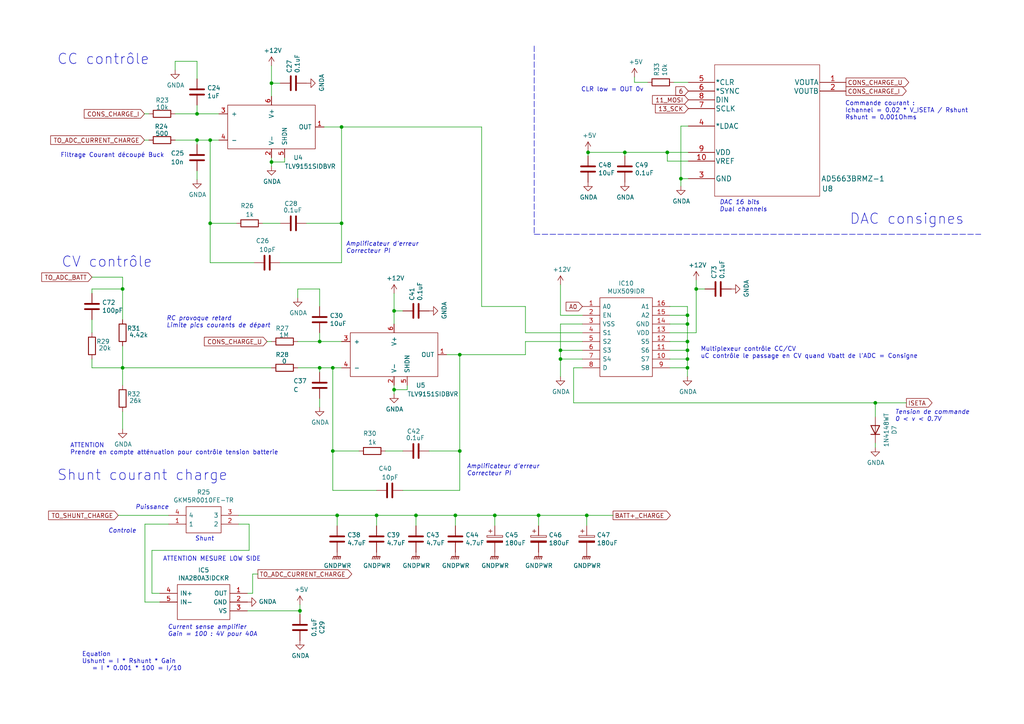
<source format=kicad_sch>
(kicad_sch (version 20231120) (generator "eeschema") (generator_version "8.0")
  (paper "A4")
  (lib_symbols
    (symbol "Device:C" (pin_numbers hide) (pin_names (offset 0.254))
      (property "Reference" "C" (at 0.635 2.54 0))
      (property "Value" "C" (at 0.635 -2.54 0))
      (symbol "C_0_1"
        (polyline (pts (xy -2.032 -0.762) (xy 2.032 -0.762)) (stroke (width 0.508)))
        (polyline (pts (xy -2.032 0.762) (xy 2.032 0.762)) (stroke (width 0.508)))
      )
      (symbol "C_1_1"
        (pin passive line (at 0 3.81 270) (length 2.794) (name "~") (number "1"))
        (pin passive line (at 0 -3.81 90) (length 2.794) (name "~") (number "2"))
      )
    )
    (symbol "Device:CP" (pin_numbers hide) (pin_names (offset 0.254))
      (property "Reference" "C" (at 0.635 2.54 0))
      (property "Value" "Device_CP" (at 0.635 -2.54 0))
      (symbol "CP_0_1"
        (rectangle (start -2.286 0.508) (end 2.286 1.016))
        (polyline (pts (xy -1.778 2.286) (xy -0.762 2.286)))
        (polyline (pts (xy -1.27 2.794) (xy -1.27 1.778)))
        (rectangle (start 2.286 -0.508) (end -2.286 -1.016) (fill (type outline)))
      )
      (symbol "CP_1_1"
        (pin passive line (at 0 3.81 270) (length 2.794) (name "~") (number "1"))
        (pin passive line (at 0 -3.81 90) (length 2.794) (name "~") (number "2"))
      )
    )
    (symbol "Device:D" (pin_numbers hide) (pin_names (offset 1.016) hide)
      (property "Reference" "D" (at 0 2.54 0))
      (property "Value" "D" (at 0 -2.54 0))
      (symbol "D_0_1"
        (polyline (pts (xy -1.27 1.27) (xy -1.27 -1.27)) (stroke (width 0.254)))
        (polyline (pts (xy 1.27 0) (xy -1.27 0)))
        (polyline (pts (xy 1.27 1.27) (xy 1.27 -1.27) (xy -1.27 0) (xy 1.27 1.27)) (stroke (width 0.254)))
      )
      (symbol "D_1_1"
        (pin passive line (at -3.81 0 0) (length 2.54) (name "K") (number "1"))
        (pin passive line (at 3.81 0 180) (length 2.54) (name "A") (number "2"))
      )
    )
    (symbol "Device:R" (pin_numbers hide) (pin_names (offset 0))
      (property "Reference" "R" (at 2.032 0 90))
      (property "Value" "R" (at 0 0 90))
      (symbol "R_0_1"
        (rectangle (start -1.016 -2.54) (end 1.016 2.54) (stroke (width 0.254)))
      )
      (symbol "R_1_1"
        (pin passive line (at 0 3.81 270) (length 1.27) (name "~") (number "1"))
        (pin passive line (at 0 -3.81 90) (length 1.27) (name "~") (number "2"))
      )
    )
    (symbol "open-lion:AD5663BRMZ-1" (pin_names (offset 0.254))
      (property "Reference" "U" (at 22.86 10.16 0))
      (property "Value" "AD5663BRMZ-1" (at 22.86 7.62 0))
      (symbol "AD5663BRMZ-1_1_1"
        (polyline (pts (xy 7.62 -33.02) (xy 38.1 -33.02)) (stroke (width 0.127)))
        (polyline (pts (xy 7.62 5.08) (xy 7.62 -33.02)) (stroke (width 0.127)))
        (polyline (pts (xy 38.1 -33.02) (xy 38.1 5.08)) (stroke (width 0.127)))
        (polyline (pts (xy 38.1 5.08) (xy 7.62 5.08)) (stroke (width 0.127)))
        (pin output line (at 45.72 0 180) (length 7.62) (name "VOUTA") (number "1"))
        (pin power_in line (at 0 -22.86 0) (length 7.62) (name "VREF") (number "10"))
        (pin output line (at 45.72 -2.54 180) (length 7.62) (name "VOUTB") (number "2"))
        (pin power_in line (at 0 -27.94 0) (length 7.62) (name "GND") (number "3"))
        (pin unspecified line (at 0 -12.7 0) (length 7.62) (name "*LDAC") (number "4"))
        (pin input line (at 0 0 0) (length 7.62) (name "*CLR") (number "5"))
        (pin input line (at 0 -2.54 0) (length 7.62) (name "*SYNC") (number "6"))
        (pin input line (at 0 -7.62 0) (length 7.62) (name "SCLK") (number "7"))
        (pin input line (at 0 -5.08 0) (length 7.62) (name "DIN") (number "8"))
        (pin power_in line (at 0 -20.32 0) (length 7.62) (name "VDD") (number "9"))
      )
    )
    (symbol "open-lion:GKM5R0010FE-TR" (pin_names (offset 0.762))
      (property "Reference" "R" (at 16.51 7.62 0))
      (property "Value" "GKM5R0010FE-TR" (at 16.51 5.08 0))
      (symbol "GKM5R0010FE-TR_0_0"
        (pin passive line (at 0 -2.54 0) (length 5.08) (name "1") (number "1"))
        (pin passive line (at 20.32 -2.54 180) (length 5.08) (name "2") (number "2"))
        (pin passive line (at 20.32 0 180) (length 5.08) (name "3") (number "3"))
        (pin passive line (at 0 0 0) (length 5.08) (name "4") (number "4"))
      )
      (symbol "GKM5R0010FE-TR_0_1"
        (polyline (pts (xy 5.08 2.54) (xy 15.24 2.54) (xy 15.24 -5.08) (xy 5.08 -5.08) (xy 5.08 2.54)) (stroke (width 0.1524)))
      )
    )
    (symbol "open-lion:INA280A3IDCKR" (pin_names (offset 0.762))
      (property "Reference" "IC" (at 21.59 7.62 0))
      (property "Value" "INA280A3IDCKR" (at 21.59 5.08 0))
      (symbol "INA280A3IDCKR_0_0"
        (pin passive line (at 0 0 0) (length 5.08) (name "OUT") (number "1"))
        (pin passive line (at 0 -2.54 0) (length 5.08) (name "GND") (number "2"))
        (pin passive line (at 0 -5.08 0) (length 5.08) (name "VS") (number "3"))
        (pin passive line (at 25.4 0 180) (length 5.08) (name "IN+") (number "4"))
        (pin passive line (at 25.4 -2.54 180) (length 5.08) (name "IN-") (number "5"))
      )
      (symbol "INA280A3IDCKR_0_1"
        (polyline (pts (xy 5.08 2.54) (xy 20.32 2.54) (xy 20.32 -7.62) (xy 5.08 -7.62) (xy 5.08 2.54)) (stroke (width 0.1524)))
      )
    )
    (symbol "open-lion:MUX509IDR" (pin_names (offset 0.762))
      (property "Reference" "IC" (at 21.59 7.62 0))
      (property "Value" "MUX509IDR" (at 21.59 5.08 0))
      (symbol "MUX509IDR_0_0"
        (pin passive line (at 0 0 0) (length 5.08) (name "A0") (number "1"))
        (pin passive line (at 25.4 -15.24 180) (length 5.08) (name "S7") (number "10"))
        (pin passive line (at 25.4 -12.7 180) (length 5.08) (name "S6") (number "11"))
        (pin passive line (at 25.4 -10.16 180) (length 5.08) (name "S5") (number "12"))
        (pin passive line (at 25.4 -7.62 180) (length 5.08) (name "VDD") (number "13"))
        (pin passive line (at 25.4 -5.08 180) (length 5.08) (name "GND") (number "14"))
        (pin passive line (at 25.4 -2.54 180) (length 5.08) (name "A2") (number "15"))
        (pin passive line (at 25.4 0 180) (length 5.08) (name "A1") (number "16"))
        (pin passive line (at 0 -2.54 0) (length 5.08) (name "EN") (number "2"))
        (pin passive line (at 0 -5.08 0) (length 5.08) (name "VSS") (number "3"))
        (pin passive line (at 0 -7.62 0) (length 5.08) (name "S1") (number "4"))
        (pin passive line (at 0 -10.16 0) (length 5.08) (name "S2") (number "5"))
        (pin passive line (at 0 -12.7 0) (length 5.08) (name "S3") (number "6"))
        (pin passive line (at 0 -15.24 0) (length 5.08) (name "S4") (number "7"))
        (pin passive line (at 0 -17.78 0) (length 5.08) (name "D") (number "8"))
        (pin passive line (at 25.4 -17.78 180) (length 5.08) (name "S8") (number "9"))
      )
      (symbol "MUX509IDR_0_1"
        (polyline (pts (xy 5.08 2.54) (xy 20.32 2.54) (xy 20.32 -20.32) (xy 5.08 -20.32) (xy 5.08 2.54)) (stroke (width 0.1524)))
      )
    )
    (symbol "open-lion:TLV9151SIDBVR" (pin_names (offset 1.016))
      (property "Reference" "U" (at 3.81 8.89 0))
      (property "Value" "TLV9151SIDBVR" (at 10.16 11.43 0))
      (symbol "TLV9151SIDBVR_0_0"
        (pin unspecified line (at 15.24 0 180) (length 2.54) (name "OUT") (number "1"))
        (pin unspecified line (at 0 -8.89 90) (length 2.54) (name "V-") (number "2"))
        (pin unspecified line (at -15.24 3.81 0) (length 2.54) (name "+") (number "3"))
        (pin unspecified line (at -15.24 -3.81 0) (length 2.54) (name "-") (number "4"))
        (pin unspecified line (at 3.81 -8.89 90) (length 2.54) (name "SHDN") (number "5"))
        (pin unspecified line (at 0 8.89 270) (length 2.54) (name "V+") (number "6"))
      )
      (symbol "TLV9151SIDBVR_0_1"
        (rectangle (start -12.7 6.35) (end 12.7 -6.35))
      )
    )
    (symbol "power:+12V" (power) (pin_names (offset 0))
      (property "Value" "+12V" (at 0 3.556 0))
      (symbol "+12V_0_1"
        (polyline (pts (xy -0.762 1.27) (xy 0 2.54)))
        (polyline (pts (xy 0 0) (xy 0 2.54)))
        (polyline (pts (xy 0 2.54) (xy 0.762 1.27)))
      )
      (symbol "+12V_1_1"
        (pin power_in line (at 0 0 90) (length 0) hide (name "+12V") (number "1"))
      )
    )
    (symbol "power:+5V" (power) (pin_names (offset 0))
      (property "Value" "+5V" (at 0 3.556 0))
      (symbol "+5V_0_1"
        (polyline (pts (xy -0.762 1.27) (xy 0 2.54)))
        (polyline (pts (xy 0 0) (xy 0 2.54)))
        (polyline (pts (xy 0 2.54) (xy 0.762 1.27)))
      )
      (symbol "+5V_1_1"
        (pin power_in line (at 0 0 90) (length 0) hide (name "+5V") (number "1"))
      )
    )
    (symbol "power:GNDA" (power) (pin_names (offset 0))
      (property "Value" "GNDA" (at 0 -3.81 0))
      (symbol "GNDA_0_1"
        (polyline (pts (xy 0 0) (xy 0 -1.27) (xy 1.27 -1.27) (xy 0 -2.54) (xy -1.27 -1.27) (xy 0 -1.27)))
      )
      (symbol "GNDA_1_1"
        (pin power_in line (at 0 0 270) (length 0) hide (name "GNDA") (number "1"))
      )
    )
    (symbol "power:GNDPWR" (power) (pin_names (offset 0))
      (property "Value" "GNDPWR" (at 0 -3.302 0))
      (symbol "GNDPWR_0_1"
        (polyline (pts (xy 0 -1.27) (xy 0 0)))
        (polyline (pts (xy -1.016 -1.27) (xy -1.27 -2.032) (xy -1.27 -2.032)) (stroke (width 0.2032)))
        (polyline (pts (xy -0.508 -1.27) (xy -0.762 -2.032) (xy -0.762 -2.032)) (stroke (width 0.2032)))
        (polyline (pts (xy 0 -1.27) (xy -0.254 -2.032) (xy -0.254 -2.032)) (stroke (width 0.2032)))
        (polyline (pts (xy 0.508 -1.27) (xy 0.254 -2.032) (xy 0.254 -2.032)) (stroke (width 0.2032)))
        (polyline (pts (xy 1.016 -1.27) (xy -1.016 -1.27) (xy -1.016 -1.27)) (stroke (width 0.2032)))
        (polyline (pts (xy 1.016 -1.27) (xy 0.762 -2.032) (xy 0.762 -2.032) (xy 0.762 -2.032)) (stroke (width 0.2032)))
      )
      (symbol "GNDPWR_1_1"
        (pin power_in line (at 0 0 270) (length 0) hide (name "GNDPWR") (number "1"))
      )
    )
  )
  (junction (at 199.39 93.98))
  (junction (at 114.3 90.17))
  (junction (at 109.22 149.479))
  (junction (at 99.06 64.77))
  (junction (at 201.93 83.82))
  (junction (at 133.35 130.81))
  (junction (at 143.51 149.479))
  (junction (at 114.3 113.03))
  (junction (at 57.15 33.02))
  (junction (at 199.39 106.68))
  (junction (at 57.15 40.64))
  (junction (at 60.96 64.77))
  (junction (at 133.35 102.87))
  (junction (at 181.229 44.196))
  (junction (at 99.06 36.83))
  (junction (at 78.74 24.13))
  (junction (at 199.39 104.14))
  (junction (at 197.485 51.816))
  (junction (at 60.96 40.64))
  (junction (at 96.52 130.81))
  (junction (at 170.561 44.196))
  (junction (at 132.08 149.479))
  (junction (at 170.18 149.479))
  (junction (at 199.39 101.6))
  (junction (at 120.65 149.479))
  (junction (at 78.74 46.99))
  (junction (at 193.548 44.196))
  (junction (at 97.79 149.479))
  (junction (at 162.56 101.6))
  (junction (at 92.71 106.68))
  (junction (at 253.873 116.84))
  (junction (at 199.39 99.06))
  (junction (at 162.56 104.14))
  (junction (at 35.56 83.82))
  (junction (at 35.56 106.68))
  (junction (at 86.995 177.165))
  (junction (at 92.71 99.06))
  (junction (at 199.39 91.44))
  (junction (at 96.52 106.68))
  (junction (at 156.21 149.479))
  (wire (pts (xy 92.71 99.06) (xy 86.36 99.06)))
  (wire (pts (xy 78.74 24.13) (xy 78.74 27.94)))
  (wire (pts (xy 195.453 23.876) (xy 199.644 23.876)))
  (wire (pts (xy 139.7 88.9) (xy 152.4 88.9)))
  (wire (pts (xy 88.9 64.77) (xy 99.06 64.77)))
  (wire (pts (xy 116.84 130.81) (xy 111.76 130.81)))
  (wire (pts (xy 124.46 130.81) (xy 133.35 130.81)))
  (wire (pts (xy 166.37 116.84) (xy 253.873 116.84)))
  (wire (pts (xy 201.93 83.82) (xy 201.93 81.28)))
  (wire (pts (xy 78.74 99.06) (xy 77.47 99.06)))
  (wire (pts (xy 114.3 114.3) (xy 114.3 113.03)))
  (wire (pts (xy 199.39 91.44) (xy 199.39 93.98)))
  (wire (pts (xy 194.31 106.68) (xy 199.39 106.68)))
  (wire (pts (xy 170.561 44.196) (xy 181.229 44.196)))
  (wire (pts (xy 97.79 149.479) (xy 109.22 149.479)))
  (wire (pts (xy 170.18 152.527) (xy 170.18 149.479)))
  (wire (pts (xy 96.52 130.81) (xy 96.52 142.24)))
  (wire (pts (xy 133.35 130.81) (xy 133.35 142.24)))
  (wire (pts (xy 193.548 44.196) (xy 199.644 44.196)))
  (wire (pts (xy 92.71 106.68) (xy 86.36 106.68)))
  (wire (pts (xy 194.31 96.52) (xy 201.93 96.52)))
  (polyline (pts (xy 154.94 13.335) (xy 154.94 67.945)) (stroke (width 0) (type dash)))
  (wire (pts (xy 118.11 113.03) (xy 118.11 111.76)))
  (wire (pts (xy 60.96 64.77) (xy 60.96 76.2)))
  (wire (pts (xy 199.39 88.9) (xy 199.39 91.44)))
  (wire (pts (xy 253.873 116.84) (xy 262.89 116.84)))
  (wire (pts (xy 168.91 101.6) (xy 162.56 101.6)))
  (wire (pts (xy 35.56 106.68) (xy 35.56 111.76)))
  (wire (pts (xy 194.31 104.14) (xy 199.39 104.14)))
  (wire (pts (xy 86.995 178.181) (xy 86.995 177.165)))
  (wire (pts (xy 152.4 99.06) (xy 168.91 99.06)))
  (wire (pts (xy 168.91 91.44) (xy 162.56 91.44)))
  (wire (pts (xy 114.3 85.09) (xy 114.3 90.17)))
  (wire (pts (xy 57.15 41.91) (xy 57.15 40.64)))
  (wire (pts (xy 184.023 22.352) (xy 184.023 23.876)))
  (wire (pts (xy 170.561 44.196) (xy 170.561 43.688)))
  (wire (pts (xy 96.52 106.68) (xy 99.06 106.68)))
  (wire (pts (xy 78.74 19.05) (xy 78.74 24.13)))
  (wire (pts (xy 57.15 40.64) (xy 50.8 40.64)))
  (wire (pts (xy 26.67 80.391) (xy 35.56 80.391)))
  (wire (pts (xy 92.71 96.52) (xy 92.71 99.06)))
  (polyline (pts (xy 154.94 67.945) (xy 284.48 67.945)) (stroke (width 0) (type dash)))
  (wire (pts (xy 99.06 64.77) (xy 99.06 36.83)))
  (wire (pts (xy 69.215 149.479) (xy 97.79 149.479)))
  (wire (pts (xy 199.39 101.6) (xy 199.39 99.06)))
  (wire (pts (xy 26.67 85.09) (xy 26.67 83.82)))
  (wire (pts (xy 81.28 64.77) (xy 76.2 64.77)))
  (wire (pts (xy 199.644 36.576) (xy 197.485 36.576)))
  (wire (pts (xy 116.84 142.24) (xy 133.35 142.24)))
  (wire (pts (xy 99.06 99.06) (xy 92.71 99.06)))
  (wire (pts (xy 86.36 83.82) (xy 92.71 83.82)))
  (wire (pts (xy 201.93 96.52) (xy 201.93 83.82)))
  (wire (pts (xy 253.873 129.794) (xy 253.873 128.524)))
  (wire (pts (xy 166.37 106.68) (xy 166.37 116.84)))
  (wire (pts (xy 199.39 109.22) (xy 199.39 106.68)))
  (wire (pts (xy 114.3 90.17) (xy 114.3 93.98)))
  (wire (pts (xy 162.56 101.6) (xy 162.56 104.14)))
  (wire (pts (xy 114.3 113.03) (xy 114.3 111.76)))
  (wire (pts (xy 57.15 52.07) (xy 57.15 49.53)))
  (wire (pts (xy 197.485 51.816) (xy 197.485 53.975)))
  (wire (pts (xy 194.31 91.44) (xy 199.39 91.44)))
  (wire (pts (xy 120.65 149.479) (xy 132.08 149.479)))
  (wire (pts (xy 170.561 44.196) (xy 170.561 45.212)))
  (wire (pts (xy 78.74 48.26) (xy 78.74 46.99)))
  (wire (pts (xy 48.895 152.019) (xy 42.037 152.019)))
  (wire (pts (xy 199.39 93.98) (xy 194.31 93.98)))
  (wire (pts (xy 181.229 44.196) (xy 193.548 44.196)))
  (wire (pts (xy 162.56 93.98) (xy 162.56 101.6)))
  (wire (pts (xy 35.56 80.391) (xy 35.56 83.82)))
  (wire (pts (xy 92.71 83.82) (xy 92.71 88.9)))
  (wire (pts (xy 82.55 46.99) (xy 82.55 45.72)))
  (wire (pts (xy 74.803 166.497) (xy 73.279 166.497)))
  (wire (pts (xy 109.22 149.479) (xy 120.65 149.479)))
  (wire (pts (xy 156.21 152.527) (xy 156.21 149.479)))
  (wire (pts (xy 156.21 149.479) (xy 170.18 149.479)))
  (wire (pts (xy 26.67 92.71) (xy 26.67 96.52)))
  (wire (pts (xy 162.56 104.14) (xy 162.56 109.22)))
  (wire (pts (xy 96.52 142.24) (xy 109.22 142.24)))
  (wire (pts (xy 86.36 86.36) (xy 86.36 83.82)))
  (wire (pts (xy 99.06 36.83) (xy 93.98 36.83)))
  (wire (pts (xy 194.31 99.06) (xy 199.39 99.06)))
  (wire (pts (xy 199.39 104.14) (xy 199.39 101.6)))
  (wire (pts (xy 35.56 83.82) (xy 35.56 92.71)))
  (wire (pts (xy 60.96 40.64) (xy 57.15 40.64)))
  (wire (pts (xy 97.79 152.527) (xy 97.79 149.479)))
  (wire (pts (xy 81.28 76.2) (xy 99.06 76.2)))
  (wire (pts (xy 44.069 159.639) (xy 72.263 159.639)))
  (wire (pts (xy 44.069 172.085) (xy 46.355 172.085)))
  (wire (pts (xy 78.74 46.99) (xy 82.55 46.99)))
  (wire (pts (xy 109.22 152.527) (xy 109.22 149.479)))
  (wire (pts (xy 72.263 159.639) (xy 72.263 152.019)))
  (wire (pts (xy 152.4 102.87) (xy 152.4 99.06)))
  (wire (pts (xy 60.96 76.2) (xy 73.66 76.2)))
  (wire (pts (xy 184.023 23.876) (xy 187.833 23.876)))
  (wire (pts (xy 26.67 106.68) (xy 35.56 106.68)))
  (wire (pts (xy 86.995 177.165) (xy 86.995 175.387)))
  (wire (pts (xy 204.47 83.82) (xy 201.93 83.82)))
  (wire (pts (xy 72.263 152.019) (xy 69.215 152.019)))
  (wire (pts (xy 73.279 172.085) (xy 71.755 172.085)))
  (wire (pts (xy 253.873 120.904) (xy 253.873 116.84)))
  (wire (pts (xy 197.485 36.576) (xy 197.485 51.816)))
  (wire (pts (xy 152.4 96.52) (xy 152.4 88.9)))
  (wire (pts (xy 143.51 152.527) (xy 143.51 149.479)))
  (wire (pts (xy 63.5 40.64) (xy 60.96 40.64)))
  (wire (pts (xy 48.895 149.479) (xy 34.29 149.479)))
  (wire (pts (xy 96.52 130.81) (xy 104.14 130.81)))
  (wire (pts (xy 81.28 24.13) (xy 78.74 24.13)))
  (wire (pts (xy 116.84 90.17) (xy 114.3 90.17)))
  (wire (pts (xy 92.71 118.11) (xy 92.71 115.57)))
  (wire (pts (xy 168.91 104.14) (xy 162.56 104.14)))
  (wire (pts (xy 42.037 152.019) (xy 42.037 174.625)))
  (wire (pts (xy 199.644 46.736) (xy 193.548 46.736)))
  (wire (pts (xy 132.08 149.479) (xy 143.51 149.479)))
  (wire (pts (xy 26.67 83.82) (xy 35.56 83.82)))
  (wire (pts (xy 35.56 100.33) (xy 35.56 106.68)))
  (wire (pts (xy 26.67 104.14) (xy 26.67 106.68)))
  (wire (pts (xy 132.08 152.527) (xy 132.08 149.479)))
  (wire (pts (xy 143.51 149.479) (xy 156.21 149.479)))
  (wire (pts (xy 194.31 88.9) (xy 199.39 88.9)))
  (wire (pts (xy 42.037 174.625) (xy 46.355 174.625)))
  (wire (pts (xy 35.56 106.68) (xy 78.74 106.68)))
  (wire (pts (xy 71.755 177.165) (xy 86.995 177.165)))
  (wire (pts (xy 197.485 51.816) (xy 199.644 51.816)))
  (wire (pts (xy 139.7 36.83) (xy 139.7 88.9)))
  (wire (pts (xy 170.18 149.479) (xy 177.8 149.479)))
  (wire (pts (xy 168.91 96.52) (xy 152.4 96.52)))
  (wire (pts (xy 60.96 40.64) (xy 60.96 64.77)))
  (wire (pts (xy 99.06 76.2) (xy 99.06 64.77)))
  (wire (pts (xy 43.18 33.02) (xy 41.91 33.02)))
  (wire (pts (xy 199.39 106.68) (xy 199.39 104.14)))
  (wire (pts (xy 99.06 36.83) (xy 139.7 36.83)))
  (wire (pts (xy 133.35 102.87) (xy 152.4 102.87)))
  (wire (pts (xy 92.71 106.68) (xy 96.52 106.68)))
  (wire (pts (xy 168.91 93.98) (xy 162.56 93.98)))
  (wire (pts (xy 57.15 33.02) (xy 50.8 33.02)))
  (wire (pts (xy 168.91 106.68) (xy 166.37 106.68)))
  (wire (pts (xy 57.15 30.48) (xy 57.15 33.02)))
  (wire (pts (xy 162.56 91.44) (xy 162.56 82.55)))
  (wire (pts (xy 44.069 159.639) (xy 44.069 172.085)))
  (wire (pts (xy 63.5 33.02) (xy 57.15 33.02)))
  (wire (pts (xy 57.15 17.78) (xy 57.15 22.86)))
  (wire (pts (xy 194.31 101.6) (xy 199.39 101.6)))
  (wire (pts (xy 78.74 46.99) (xy 78.74 45.72)))
  (wire (pts (xy 92.71 107.95) (xy 92.71 106.68)))
  (wire (pts (xy 120.65 152.527) (xy 120.65 149.479)))
  (wire (pts (xy 35.56 119.38) (xy 35.56 124.46)))
  (wire (pts (xy 50.8 20.32) (xy 50.8 17.78)))
  (wire (pts (xy 60.96 64.77) (xy 68.58 64.77)))
  (wire (pts (xy 193.548 46.736) (xy 193.548 44.196)))
  (wire (pts (xy 73.279 166.497) (xy 73.279 172.085)))
  (wire (pts (xy 133.35 102.87) (xy 133.35 130.81)))
  (wire (pts (xy 43.18 40.64) (xy 41.91 40.64)))
  (wire (pts (xy 129.54 102.87) (xy 133.35 102.87)))
  (wire (pts (xy 50.8 17.78) (xy 57.15 17.78)))
  (wire (pts (xy 199.39 99.06) (xy 199.39 93.98)))
  (wire (pts (xy 96.52 106.68) (xy 96.52 130.81)))
  (wire (pts (xy 181.229 45.212) (xy 181.229 44.196)))
  (wire (pts (xy 114.3 113.03) (xy 118.11 113.03)))
  (text "RC provoque retard\nLimite pics courants de départ" (at 48.26 95.25 0) (effects (font (size 1.27 1.27) (italic yes)) (justify left bottom)))
  (text "Filtrage Courant découpé Buck" (at 17.526 45.847 0) (effects (font (size 1.27 1.27)) (justify left bottom)))
  (text "Current sense amplifier\nGain = 100 : 4V pour 40A" (at 48.641 184.785 0) (effects (font (size 1.27 1.27) (italic yes)) (justify left bottom)))
  (text "DAC 16 bits\nDual channels" (at 208.661 61.595 0) (effects (font (size 1.27 1.27) (italic yes)) (justify left bottom)))
  (text "Amplificateur d'erreur\nCorrecteur PI" (at 100.33 73.66 0) (effects (font (size 1.27 1.27) (italic yes)) (justify left bottom)))
  (text "CLR low = OUT 0v" (at 168.529 26.797 0) (effects (font (size 1.27 1.27)) (justify left bottom)))
  (text "Multiplexeur contrôle CC/CV\nuC contrôle le passage en CV quand Vbatt de l'ADC = Consigne" (at 203.2 104.14 0) (effects (font (size 1.27 1.27)) (justify left bottom)))
  (text "Tension de commande\n0 < v < 0.7V" (at 259.588 122.428 0) (effects (font (size 1.27 1.27) (italic yes)) (justify left bottom)))
  (text "Equation\nUshunt = I * Rshunt * Gain\n   = I * 0.001 * 100 = I/10" (at 23.749 194.691 0) (effects (font (size 1.27 1.27)) (justify left bottom)))
  (text "ATTENTION MESURE LOW SIDE" (at 47.244 162.941 0) (effects (font (size 1.27 1.27)) (justify left bottom)))
  (text "Amplificateur d'erreur\nCorrecteur PI" (at 135.382 138.176 0) (effects (font (size 1.27 1.27) (italic yes)) (justify left bottom)))
  (text "CC contrôle" (at 16.51 19.05 0) (effects (font (size 2.9972 2.9972)) (justify left bottom)))
  (text "Commande courant :\nIchannel = 0.02 * V_ISETA / Rshunt\nRshunt = 0.001Ohms" (at 245.11 34.925 0) (effects (font (size 1.27 1.27)) (justify left bottom)))
  (text "ATTENTION\nPrendre en compte atténuation pour contrôle tension batterie" (at 20.32 132.08 0) (effects (font (size 1.27 1.27)) (justify left bottom)))
  (text "Shunt courant charge" (at 16.51 139.7 0) (effects (font (size 2.9972 2.9972)) (justify left bottom)))
  (text "DAC consignes" (at 246.38 65.405 0) (effects (font (size 2.9972 2.9972)) (justify left bottom)))
  (text "CV contrôle" (at 17.78 77.851 0) (effects (font (size 2.9972 2.9972)) (justify left bottom)))
  (text "Shunt" (at 56.515 157.099 0) (effects (font (size 1.27 1.27) (italic yes)) (justify left bottom)))
  (text "Controle" (at 31.369 154.813 0) (effects (font (size 1.27 1.27) (italic yes)) (justify left bottom)))
  (text "Puissance" (at 39.243 147.955 0) (effects (font (size 1.27 1.27) (italic yes)) (justify left bottom)))
  (global_label "13_SCK" (shape input) (at 199.644 31.496 180) (property "Intersheetrefs" "${INTERSHEET_REFS}" (effects (hide yes))))
  (global_label "ISETA" (shape output) (at 262.89 116.84 0) (property "Intersheetrefs" "${INTERSHEET_REFS}" (effects (hide yes))))
  (global_label "6" (shape input) (at 199.644 26.416 180) (property "Intersheetrefs" "${INTERSHEET_REFS}" (effects (hide yes))))
  (global_label "CONS_CHARGE_U" (shape input) (at 77.47 99.06 180) (property "Intersheetrefs" "${INTERSHEET_REFS}" (effects (hide yes))))
  (global_label "A0" (shape input) (at 168.91 88.9 180) (property "Intersheetrefs" "${INTERSHEET_REFS}" (effects (hide yes))))
  (global_label "TO_ADC_CURRENT_CHARGE" (shape output) (at 74.803 166.497 0) (property "Intersheetrefs" "${INTERSHEET_REFS}" (effects (hide yes))))
  (global_label "TO_ADC_BATT" (shape input) (at 26.67 80.391 180) (property "Intersheetrefs" "${INTERSHEET_REFS}" (effects (hide yes))))
  (global_label "CONS_CHARGE_I" (shape output) (at 245.364 26.416 0) (property "Intersheetrefs" "${INTERSHEET_REFS}" (effects (hide yes))))
  (global_label "CONS_CHARGE_U" (shape output) (at 245.364 23.876 0) (property "Intersheetrefs" "${INTERSHEET_REFS}" (effects (hide yes))))
  (global_label "BATT+_CHARGE" (shape output) (at 177.8 149.479 0) (property "Intersheetrefs" "${INTERSHEET_REFS}" (effects (hide yes))))
  (global_label "TO_ADC_CURRENT_CHARGE" (shape input) (at 41.91 40.64 180) (property "Intersheetrefs" "${INTERSHEET_REFS}" (effects (hide yes))))
  (global_label "11_MOSI" (shape input) (at 199.644 28.956 180) (property "Intersheetrefs" "${INTERSHEET_REFS}" (effects (hide yes))))
  (global_label "CONS_CHARGE_I" (shape input) (at 41.91 33.02 180) (property "Intersheetrefs" "${INTERSHEET_REFS}" (effects (hide yes))))
  (global_label "TO_SHUNT_CHARGE" (shape input) (at 34.29 149.479 180) (property "Intersheetrefs" "${INTERSHEET_REFS}" (effects (hide yes))))
  (symbol (lib_id "Device:D") (at 253.873 124.714 90) (unit 1)
    (property "Reference" "D7" (at 259.3848 124.714 0))
    (property "Value" "1N4148WT" (at 257.0734 124.714 0))
    (property "Footprint" "open-lion:SODFL1608X70N" (effects (hide yes)))
  )
  (symbol (lib_id "open-lion:MUX509IDR") (at 168.91 88.9 0) (unit 1)
    (property "Reference" "IC10" (at 181.61 82.169 0))
    (property "Value" "MUX509IDR" (at 181.61 84.4804 0))
    (property "Footprint" "open-lion:SOIC127P600X175-16N" (effects (hide yes)))
    (property "Datasheet" "http://www.ti.com/lit/gpn/mux509" (effects (hide yes)))
    (property "Description" "36-V, Low-Capacitance, Low-Leakage-Current, Precision, Analog Multiplexer" (effects (hide yes)))
    (property "Height" "1.75" (effects (hide yes)))
    (property "Manufacturer_Name" "Texas Instruments" (effects (hide yes)))
    (property "Manufacturer_Part_Number" "MUX509IDR" (effects (hide yes)))
    (property "Mouser Part Number" "595-MUX509IDR" (effects (hide yes)))
    (property "Mouser Price/Stock" "https://www.mouser.co.uk/ProductDetail/Texas-Instruments/MUX509IDR?qs=OEYMhS7p3YZffYcqCXskBw%3D%3D" (effects (hide yes)))
    (property "Arrow Part Number" "MUX509IDR" (effects (hide yes)))
    (property "Arrow Price/Stock" "https://www.arrow.com/en/products/mux509idr/texas-instruments?region=nac" (effects (hide yes)))
    (property "Description_1" "36-V, Low-Capacitance, Low-Leakage-Current, Precision, Analog Multiplexer" (effects (hide yes)))
  )
  (symbol (lib_id "power:GNDA") (at 199.39 109.22 0) (unit 1)
    (property "Reference" "#PWR0153" (effects (hide yes)))
    (property "Value" "GNDA" (at 199.517 113.6142 0))
  )
  (symbol (lib_id "power:+12V") (at 162.56 82.55 0) (unit 1)
    (property "Reference" "#PWR0143" (effects (hide yes)))
    (property "Value" "+12V" (at 162.941 78.1558 0))
  )
  (symbol (lib_id "power:+12V") (at 201.93 81.28 0) (unit 1)
    (property "Reference" "#PWR0154" (effects (hide yes)))
    (property "Value" "+12V" (at 202.311 76.8858 0))
  )
  (symbol (lib_id "power:GNDA") (at 212.09 83.82 90) (unit 1)
    (property "Reference" "#PWR0155" (effects (hide yes)))
    (property "Value" "GNDA" (at 216.4842 83.693 0))
  )
  (symbol (lib_id "Device:C") (at 208.28 83.82 90) (unit 1)
    (property "Reference" "C73" (at 207.1116 80.899 0) (effects (justify left)))
    (property "Value" "0.1uF" (at 209.423 80.899 0) (effects (justify left)))
    (property "Footprint" "Capacitor_SMD:C_0805_2012Metric" (effects (hide yes)))
  )
  (symbol (lib_id "power:GNDA") (at 162.56 109.22 0) (unit 1)
    (property "Reference" "#PWR0152" (effects (hide yes)))
    (property "Value" "GNDA" (at 162.687 113.6142 0))
  )
  (symbol (lib_id "Device:R") (at 35.56 96.52 0) (unit 1)
    (property "Reference" "R31" (at 36.83 95.25 0) (effects (justify left)))
    (property "Value" "4.42k" (at 37.465 97.155 0) (effects (justify left)))
    (property "Footprint" "Resistor_SMD:R_0805_2012Metric" (effects (hide yes)))
  )
  (symbol (lib_id "Device:R") (at 26.67 100.33 0) (unit 1)
    (property "Reference" "R29" (at 27.94 99.06 0) (effects (justify left)))
    (property "Value" "20k" (at 28.575 100.965 0) (effects (justify left)))
    (property "Footprint" "Resistor_SMD:R_0805_2012Metric" (effects (hide yes)))
  )
  (symbol (lib_id "Device:C") (at 26.67 88.9 0) (unit 1)
    (property "Reference" "C72" (at 29.591 87.7316 0) (effects (justify left)))
    (property "Value" "100pF" (at 29.591 90.043 0) (effects (justify left)))
    (property "Footprint" "Capacitor_SMD:C_0805_2012Metric" (effects (hide yes)))
  )
  (symbol (lib_id "Device:R") (at 35.56 115.57 0) (unit 1)
    (property "Reference" "R32" (at 36.83 114.3 0) (effects (justify left)))
    (property "Value" "26k" (at 37.465 116.205 0) (effects (justify left)))
    (property "Footprint" "Resistor_SMD:R_0805_2012Metric" (effects (hide yes)))
  )
  (symbol (lib_id "power:GNDA") (at 35.56 124.46 0) (unit 1)
    (property "Reference" "#PWR085" (effects (hide yes)))
    (property "Value" "GNDA" (at 35.687 128.8542 0))
  )
  (symbol (lib_id "open-lion:AD5663BRMZ-1") (at 199.644 23.876 0) (unit 1)
    (property "Reference" "U8" (at 240.03 54.737 0) (effects (font (size 1.524 1.524))))
    (property "Value" "AD5663BRMZ-1" (at 247.396 51.816 0) (effects (font (size 1.524 1.524))))
    (property "Footprint" "open-lion:AD5663BRMZ-1" (effects (hide yes)))
  )
  (symbol (lib_id "Device:C") (at 181.229 49.022 0) (unit 1)
    (property "Reference" "C49" (at 184.15 47.8536 0) (effects (justify left)))
    (property "Value" "0.1uF" (at 184.15 50.165 0) (effects (justify left)))
    (property "Footprint" "Capacitor_SMD:C_0805_2012Metric" (effects (hide yes)))
  )
  (symbol (lib_id "power:+5V") (at 170.561 43.688 0) (unit 1)
    (property "Reference" "#PWR0109" (effects (hide yes)))
    (property "Value" "+5V" (at 170.942 39.2938 0))
  )
  (symbol (lib_id "power:GNDA") (at 181.229 52.832 0) (unit 1)
    (property "Reference" "#PWR0112" (effects (hide yes)))
    (property "Value" "GNDA" (at 181.356 57.2262 0))
  )
  (symbol (lib_id "power:GNDA") (at 197.485 53.975 0) (unit 1)
    (property "Reference" "#PWR0114" (effects (hide yes)))
    (property "Value" "GNDA" (at 197.612 58.3692 0))
  )
  (symbol (lib_id "Device:C") (at 170.561 49.022 0) (unit 1)
    (property "Reference" "C48" (at 173.482 47.8536 0) (effects (justify left)))
    (property "Value" "10uF" (at 173.482 50.165 0) (effects (justify left)))
    (property "Footprint" "Capacitor_SMD:C_0805_2012Metric" (effects (hide yes)))
  )
  (symbol (lib_id "power:GNDA") (at 170.561 52.832 0) (unit 1)
    (property "Reference" "#PWR0110" (effects (hide yes)))
    (property "Value" "GNDA" (at 170.688 57.2262 0))
  )
  (symbol (lib_id "power:+5V") (at 184.023 22.352 0) (unit 1)
    (property "Reference" "#PWR0113" (effects (hide yes)))
    (property "Value" "+5V" (at 184.404 17.9578 0))
  )
  (symbol (lib_id "Device:R") (at 191.643 23.876 90) (unit 1)
    (property "Reference" "R33" (at 190.4746 22.098 0) (effects (justify left)))
    (property "Value" "10k" (at 192.786 22.098 0) (effects (justify left)))
    (property "Footprint" "Resistor_SMD:R_0805_2012Metric" (effects (hide yes)))
  )
  (symbol (lib_id "open-lion:GKM5R0010FE-TR") (at 48.895 149.479 0) (unit 1)
    (property "Reference" "R25" (at 59.055 142.748 0))
    (property "Value" "GKM5R0010FE-TR" (at 59.055 145.0594 0))
    (property "Footprint" "open-lion:WSLP40261L000FEA" (effects (hide yes)))
    (property "Datasheet" "https://www.mouser.de/datasheet/2/303/res_fkgk-1628343.pdf" (effects (hide yes)))
    (property "Description" "Current Sense Resistors - SMD 5W 1% 0.001 OHM" (effects (hide yes)))
    (property "Height" "3.5" (effects (hide yes)))
    (property "Manufacturer_Name" "Ohmite" (effects (hide yes)))
    (property "Manufacturer_Part_Number" "GKM5R0010FE-TR" (effects (hide yes)))
    (property "Mouser Part Number" "588-GKM5R0010FE-TR" (effects (hide yes)))
    (property "Mouser Price/Stock" "https://www.mouser.co.uk/ProductDetail/Ohmite/GKM5R0010FE-TR?qs=0lSvoLzn4L%252BLS%252BxDGju16g%3D%3D" (effects (hide yes)))
    (property "Description_1" "Current Sense Resistors - SMD 5W 1% 0.001 OHM" (effects (hide yes)))
  )
  (symbol (lib_id "open-lion:INA280A3IDCKR") (at 71.755 172.085 0) (mirror y) (unit 1)
    (property "Reference" "IC5" (at 59.055 165.354 0))
    (property "Value" "INA280A3IDCKR" (at 59.055 167.6654 0))
    (property "Footprint" "open-lion:SOT65P210X110-5N" (effects (hide yes)))
    (property "Datasheet" "https://www.ti.com/lit/ds/symlink/ina280.pdf" (effects (hide yes)))
    (property "Description" "2.7-V TO 100-V, 800-KHZ, CURRENT" (effects (hide yes)))
    (property "Height" "1.1" (effects (hide yes)))
    (property "Manufacturer_Name" "Texas Instruments" (effects (hide yes)))
    (property "Manufacturer_Part_Number" "INA280A3IDCKR" (effects (hide yes)))
    (property "Mouser Part Number" "595-INA280A3IDCKR" (effects (hide yes)))
    (property "Mouser Price/Stock" "https://www.mouser.co.uk/ProductDetail/Texas-Instruments/INA280A3IDCKR?qs=hd1VzrDQEGh%252Btx0cT491mw%3D%3D" (effects (hide yes)))
    (property "Arrow Part Number" "INA280A3IDCKR" (effects (hide yes)))
    (property "Arrow Price/Stock" "https://www.arrow.com/en/products/ina280a3idckr/texas-instruments?region=nac" (effects (hide yes)))
    (property "Description_1" "2.7-V TO 100-V, 800-KHZ, CURRENT" (effects (hide yes)))
  )
  (symbol (lib_id "power:+5V") (at 86.995 175.387 0) (unit 1)
    (property "Reference" "#PWR072" (effects (hide yes)))
    (property "Value" "+5V" (at 87.376 170.9928 0))
  )
  (symbol (lib_id "Device:C") (at 86.995 181.991 180) (unit 1)
    (property "Reference" "C29" (at 93.3958 181.991 90))
    (property "Value" "0.1uF" (at 91.0844 181.991 90))
    (property "Footprint" "Capacitor_SMD:C_0805_2012Metric" (effects (hide yes)))
  )
  (symbol (lib_id "power:GNDA") (at 71.755 174.625 90) (unit 1)
    (property "Reference" "#PWR068" (effects (hide yes)))
    (property "Value" "GNDA" (at 75.0062 174.498 90) (effects (justify right)))
  )
  (symbol (lib_id "power:GNDA") (at 86.995 185.801 0) (unit 1)
    (property "Reference" "#PWR073" (effects (hide yes)))
    (property "Value" "GNDA" (at 87.122 190.1952 0))
  )
  (symbol (lib_id "Device:C") (at 97.79 156.337 0) (unit 1)
    (property "Reference" "C38" (at 100.711 155.1686 0) (effects (justify left)))
    (property "Value" "4.7uF" (at 100.711 157.48 0) (effects (justify left)))
    (property "Footprint" "Capacitor_SMD:C_0805_2012Metric" (effects (hide yes)))
  )
  (symbol (lib_id "Device:C") (at 109.22 156.337 0) (unit 1)
    (property "Reference" "C39" (at 112.141 155.1686 0) (effects (justify left)))
    (property "Value" "4.7uF" (at 112.141 157.48 0) (effects (justify left)))
    (property "Footprint" "Capacitor_SMD:C_0805_2012Metric" (effects (hide yes)))
  )
  (symbol (lib_id "Device:C") (at 120.65 156.337 0) (unit 1)
    (property "Reference" "C43" (at 123.571 155.1686 0) (effects (justify left)))
    (property "Value" "4.7uF" (at 123.571 157.48 0) (effects (justify left)))
    (property "Footprint" "Capacitor_SMD:C_0805_2012Metric" (effects (hide yes)))
  )
  (symbol (lib_id "Device:C") (at 132.08 156.337 0) (unit 1)
    (property "Reference" "C44" (at 135.001 155.1686 0) (effects (justify left)))
    (property "Value" "4.7uF" (at 135.001 157.48 0) (effects (justify left)))
    (property "Footprint" "Capacitor_SMD:C_0805_2012Metric" (effects (hide yes)))
  )
  (symbol (lib_id "Device:CP") (at 143.51 156.337 0) (unit 1)
    (property "Reference" "C45" (at 146.431 155.1686 0) (effects (justify left)))
    (property "Value" "180uF" (at 146.431 157.48 0) (effects (justify left)))
    (property "Footprint" "open-lion:VibrationProof_F" (effects (hide yes)))
  )
  (symbol (lib_id "Device:CP") (at 156.21 156.337 0) (unit 1)
    (property "Reference" "C46" (at 159.131 155.1686 0) (effects (justify left)))
    (property "Value" "180uF" (at 159.131 157.48 0) (effects (justify left)))
    (property "Footprint" "open-lion:VibrationProof_F" (effects (hide yes)))
  )
  (symbol (lib_id "Device:CP") (at 170.18 156.337 0) (unit 1)
    (property "Reference" "C47" (at 173.101 155.1686 0) (effects (justify left)))
    (property "Value" "180uF" (at 173.101 157.48 0) (effects (justify left)))
    (property "Footprint" "open-lion:VibrationProof_F" (effects (hide yes)))
  )
  (symbol (lib_id "power:GNDPWR") (at 97.79 160.147 0) (unit 1)
    (property "Reference" "#PWR076" (effects (hide yes)))
    (property "Value" "GNDPWR" (at 97.8916 164.0586 0))
  )
  (symbol (lib_id "power:GNDPWR") (at 109.22 160.147 0) (unit 1)
    (property "Reference" "#PWR077" (effects (hide yes)))
    (property "Value" "GNDPWR" (at 109.3216 164.0586 0))
  )
  (symbol (lib_id "power:GNDPWR") (at 120.65 160.147 0) (unit 1)
    (property "Reference" "#PWR080" (effects (hide yes)))
    (property "Value" "GNDPWR" (at 120.7516 164.0586 0))
  )
  (symbol (lib_id "power:GNDPWR") (at 132.08 160.147 0) (unit 1)
    (property "Reference" "#PWR082" (effects (hide yes)))
    (property "Value" "GNDPWR" (at 132.1816 164.0586 0))
  )
  (symbol (lib_id "power:GNDPWR") (at 143.51 160.147 0) (unit 1)
    (property "Reference" "#PWR083" (effects (hide yes)))
    (property "Value" "GNDPWR" (at 143.6116 164.0586 0))
  )
  (symbol (lib_id "power:GNDPWR") (at 156.21 160.147 0) (unit 1)
    (property "Reference" "#PWR084" (effects (hide yes)))
    (property "Value" "GNDPWR" (at 156.3116 164.0586 0))
  )
  (symbol (lib_id "power:GNDPWR") (at 170.18 160.147 0) (unit 1)
    (property "Reference" "#PWR086" (effects (hide yes)))
    (property "Value" "GNDPWR" (at 170.2816 164.0586 0))
  )
  (symbol (lib_id "open-lion:TLV9151SIDBVR") (at 78.74 36.83 0) (unit 1)
    (property "Reference" "U4" (at 85.09 45.72 0) (effects (justify left)))
    (property "Value" "TLV9151SIDBVR" (at 82.55 48.26 0) (effects (justify left)))
    (property "Footprint" "Package_TO_SOT_SMD:SOT-23-6_Handsoldering" (effects (hide yes)))
    (property "Datasheet" "https://www.ti.com/lit/gpn/tlv9151" (effects (hide yes)))
  )
  (symbol (lib_id "Device:R") (at 46.99 33.02 90) (unit 1)
    (property "Reference" "R23" (at 49.022 29.083 90) (effects (justify left)))
    (property "Value" "10k" (at 48.895 31.115 90) (effects (justify left)))
    (property "Footprint" "Resistor_SMD:R_0805_2012Metric" (effects (hide yes)))
  )
  (symbol (lib_id "Device:C") (at 57.15 26.67 0) (unit 1)
    (property "Reference" "C24" (at 60.071 25.5016 0) (effects (justify left)))
    (property "Value" "1uF" (at 60.071 27.813 0) (effects (justify left)))
    (property "Footprint" "Capacitor_SMD:C_0805_2012Metric" (effects (hide yes)))
  )
  (symbol (lib_id "power:GNDA") (at 50.8 20.32 0) (unit 1)
    (property "Reference" "#PWR066" (effects (hide yes)))
    (property "Value" "GNDA" (at 50.927 24.7142 0))
  )
  (symbol (lib_id "Device:R") (at 46.99 40.64 90) (unit 1)
    (property "Reference" "R24" (at 48.768 36.703 90) (effects (justify left)))
    (property "Value" "500" (at 48.895 38.735 90) (effects (justify left)))
    (property "Footprint" "Resistor_SMD:R_0805_2012Metric" (effects (hide yes)))
  )
  (symbol (lib_id "Device:C") (at 57.15 45.72 0) (unit 1)
    (property "Reference" "C25" (at 49.53 44.45 0) (effects (justify left)))
    (property "Value" "10n" (at 49.53 46.99 0) (effects (justify left)))
    (property "Footprint" "Capacitor_SMD:C_0805_2012Metric" (effects (hide yes)))
  )
  (symbol (lib_id "power:GNDA") (at 57.15 52.07 0) (unit 1)
    (property "Reference" "#PWR067" (effects (hide yes)))
    (property "Value" "GNDA" (at 57.277 56.4642 0))
  )
  (symbol (lib_id "Device:C") (at 85.09 24.13 90) (unit 1)
    (property "Reference" "C27" (at 83.9216 21.209 0) (effects (justify left)))
    (property "Value" "0.1uF" (at 86.233 21.209 0) (effects (justify left)))
    (property "Footprint" "Capacitor_SMD:C_0805_2012Metric" (effects (hide yes)))
  )
  (symbol (lib_id "power:GNDA") (at 88.9 24.13 90) (unit 1)
    (property "Reference" "#PWR074" (effects (hide yes)))
    (property "Value" "GNDA" (at 93.2942 24.003 0))
  )
  (symbol (lib_id "power:+12V") (at 78.74 19.05 0) (unit 1)
    (property "Reference" "#PWR069" (effects (hide yes)))
    (property "Value" "+12V" (at 79.121 14.6558 0))
  )
  (symbol (lib_id "power:GNDA") (at 78.74 48.26 0) (unit 1)
    (property "Reference" "#PWR070" (effects (hide yes)))
    (property "Value" "GNDA" (at 78.867 52.6542 0))
  )
  (symbol (lib_id "Device:R") (at 72.39 64.77 90) (unit 1)
    (property "Reference" "R26" (at 73.66 59.69 90) (effects (justify left)))
    (property "Value" "1k" (at 73.66 62.23 90) (effects (justify left)))
    (property "Footprint" "Resistor_SMD:R_0805_2012Metric" (effects (hide yes)))
  )
  (symbol (lib_id "Device:C") (at 85.09 64.77 90) (unit 1)
    (property "Reference" "C28" (at 86.36 59.055 90) (effects (justify left)))
    (property "Value" "0.1uF" (at 87.63 60.96 90) (effects (justify left)))
    (property "Footprint" "Capacitor_SMD:C_0805_2012Metric" (effects (hide yes)))
  )
  (symbol (lib_id "Device:C") (at 77.47 76.2 90) (unit 1)
    (property "Reference" "C26" (at 78.105 69.85 90) (effects (justify left)))
    (property "Value" "10pF" (at 80.01 72.39 90) (effects (justify left)))
    (property "Footprint" "Capacitor_SMD:C_0805_2012Metric" (effects (hide yes)))
  )
  (symbol (lib_id "power:GNDA") (at 253.873 129.794 0) (unit 1)
    (property "Reference" "#PWR0111" (effects (hide yes)))
    (property "Value" "GNDA" (at 254 134.1882 0))
  )
  (symbol (lib_id "open-lion:TLV9151SIDBVR") (at 114.3 102.87 0) (unit 1)
    (property "Reference" "U5" (at 120.65 111.76 0) (effects (justify left)))
    (property "Value" "TLV9151SIDBVR" (at 118.11 114.3 0) (effects (justify left)))
    (property "Footprint" "Package_TO_SOT_SMD:SOT-23-6_Handsoldering" (effects (hide yes)))
    (property "Datasheet" "https://www.ti.com/lit/gpn/tlv9151" (effects (hide yes)))
  )
  (symbol (lib_id "Device:R") (at 82.55 99.06 90) (unit 1)
    (property "Reference" "R27" (at 83.82 95.25 90) (effects (justify left)))
    (property "Value" "1M" (at 83.82 97.155 90) (effects (justify left)))
    (property "Footprint" "Resistor_SMD:R_0805_2012Metric" (effects (hide yes)))
  )
  (symbol (lib_id "Device:C") (at 92.71 92.71 0) (unit 1)
    (property "Reference" "C30" (at 95.631 91.5416 0) (effects (justify left)))
    (property "Value" "10uF" (at 95.631 93.853 0) (effects (justify left)))
    (property "Footprint" "Capacitor_SMD:C_0805_2012Metric" (effects (hide yes)))
  )
  (symbol (lib_id "power:GNDA") (at 86.36 86.36 0) (unit 1)
    (property "Reference" "#PWR071" (effects (hide yes)))
    (property "Value" "GNDA" (at 86.487 90.7542 0))
  )
  (symbol (lib_id "Device:R") (at 82.55 106.68 90) (unit 1)
    (property "Reference" "R28" (at 83.82 102.87 90) (effects (justify left)))
    (property "Value" "0" (at 83.185 104.775 90) (effects (justify left)))
    (property "Footprint" "Resistor_SMD:R_0805_2012Metric" (effects (hide yes)))
  )
  (symbol (lib_id "Device:C") (at 92.71 111.76 0) (unit 1)
    (property "Reference" "C37" (at 85.09 110.49 0) (effects (justify left)))
    (property "Value" "C" (at 85.09 113.03 0) (effects (justify left)))
    (property "Footprint" "Capacitor_SMD:C_0805_2012Metric" (effects (hide yes)))
  )
  (symbol (lib_id "power:GNDA") (at 92.71 118.11 0) (unit 1)
    (property "Reference" "#PWR075" (effects (hide yes)))
    (property "Value" "GNDA" (at 92.837 122.5042 0))
  )
  (symbol (lib_id "Device:C") (at 120.65 90.17 90) (unit 1)
    (property "Reference" "C41" (at 119.4816 87.249 0) (effects (justify left)))
    (property "Value" "0.1uF" (at 121.793 87.249 0) (effects (justify left)))
    (property "Footprint" "Capacitor_SMD:C_0805_2012Metric" (effects (hide yes)))
  )
  (symbol (lib_id "power:GNDA") (at 124.46 90.17 90) (unit 1)
    (property "Reference" "#PWR081" (effects (hide yes)))
    (property "Value" "GNDA" (at 128.8542 90.043 0))
  )
  (symbol (lib_id "power:+12V") (at 114.3 85.09 0) (unit 1)
    (property "Reference" "#PWR078" (effects (hide yes)))
    (property "Value" "+12V" (at 114.681 80.6958 0))
  )
  (symbol (lib_id "power:GNDA") (at 114.3 114.3 0) (unit 1)
    (property "Reference" "#PWR079" (effects (hide yes)))
    (property "Value" "GNDA" (at 114.427 118.6942 0))
  )
  (symbol (lib_id "Device:R") (at 107.95 130.81 90) (unit 1)
    (property "Reference" "R30" (at 109.22 125.73 90) (effects (justify left)))
    (property "Value" "1k" (at 109.22 128.27 90) (effects (justify left)))
    (property "Footprint" "Resistor_SMD:R_0805_2012Metric" (effects (hide yes)))
  )
  (symbol (lib_id "Device:C") (at 120.65 130.81 90) (unit 1)
    (property "Reference" "C42" (at 121.92 125.095 90) (effects (justify left)))
    (property "Value" "0.1uF" (at 123.19 127 90) (effects (justify left)))
    (property "Footprint" "Capacitor_SMD:C_0805_2012Metric" (effects (hide yes)))
  )
  (symbol (lib_id "Device:C") (at 113.03 142.24 90) (unit 1)
    (property "Reference" "C40" (at 113.665 135.89 90) (effects (justify left)))
    (property "Value" "10pF" (at 115.57 138.43 90) (effects (justify left)))
    (property "Footprint" "Capacitor_SMD:C_0805_2012Metric" (effects (hide yes)))
  )
)
</source>
